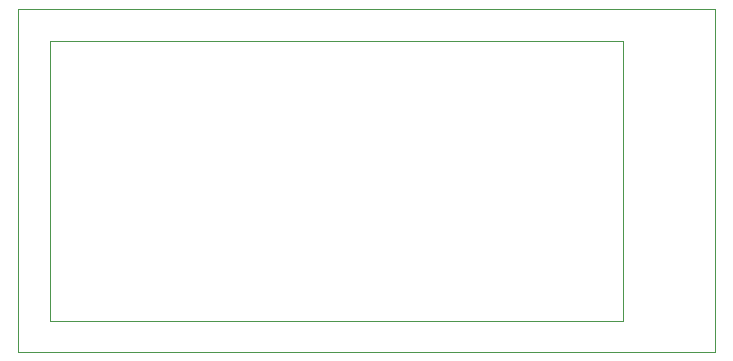
<source format=gbr>
%TF.GenerationSoftware,KiCad,Pcbnew,8.99.0-unknown-7a4b3602b9~181~ubuntu24.04.1*%
%TF.CreationDate,2024-12-15T13:41:47-05:00*%
%TF.ProjectId,nRF54L_ePaper,6e524635-344c-45f6-9550-617065722e6b,rev?*%
%TF.SameCoordinates,Original*%
%TF.FileFunction,OtherDrawing,Comment*%
%FSLAX46Y46*%
G04 Gerber Fmt 4.6, Leading zero omitted, Abs format (unit mm)*
G04 Created by KiCad (PCBNEW 8.99.0-unknown-7a4b3602b9~181~ubuntu24.04.1) date 2024-12-15 13:41:47*
%MOMM*%
%LPD*%
G01*
G04 APERTURE LIST*
%ADD10C,0.100000*%
G04 APERTURE END LIST*
D10*
X102200000Y-41147700D02*
X150750000Y-41147700D01*
X150750000Y-64852300D01*
X102200000Y-64852300D01*
X102200000Y-41147700D01*
X99500000Y-38500000D02*
X158500000Y-38500000D01*
X158500000Y-67500000D01*
X99500000Y-67500000D01*
X99500000Y-38500000D01*
M02*

</source>
